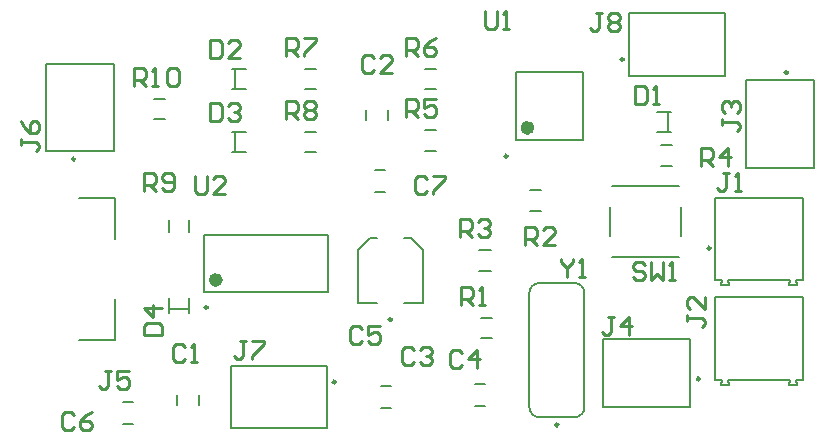
<source format=gto>
G04*
G04 #@! TF.GenerationSoftware,Altium Limited,Altium Designer,23.10.1 (27)*
G04*
G04 Layer_Color=65535*
%FSLAX44Y44*%
%MOMM*%
G71*
G04*
G04 #@! TF.SameCoordinates,F5A69C73-B6B7-4C8D-B8A1-BB125D59BB46*
G04*
G04*
G04 #@! TF.FilePolarity,Positive*
G04*
G01*
G75*
%ADD10C,0.2500*%
%ADD11C,0.6000*%
%ADD12C,0.2000*%
%ADD13C,0.2540*%
D10*
X791830Y585470D02*
G03*
X791830Y585470I-1250J0D01*
G01*
X547980Y312420D02*
G03*
X547980Y312420I-1250J0D01*
G01*
X930890Y574410D02*
G03*
X930890Y574410I-1250J0D01*
G01*
X856330Y314960D02*
G03*
X856330Y314960I-1250J0D01*
G01*
X439700Y375500D02*
G03*
X439700Y375500I-1250J0D01*
G01*
X736580Y276110D02*
G03*
X736580Y276110I-1250J0D01*
G01*
X865510Y425810D02*
G03*
X865510Y425810I-1250J0D01*
G01*
X693730Y503600D02*
G03*
X693730Y503600I-1250J0D01*
G01*
X327470Y501080D02*
G03*
X327470Y501080I-1250J0D01*
G01*
X595610Y365400D02*
G03*
X595610Y365400I-1250J0D01*
G01*
D11*
X449450Y398750D02*
G03*
X449450Y398750I-3000J0D01*
G01*
X713480Y527600D02*
G03*
X713480Y527600I-3000J0D01*
G01*
D12*
X712080Y290860D02*
G03*
X720330Y282610I8250J0D01*
G01*
X750330Y282610D02*
G03*
X758580Y290860I0J8250D01*
G01*
Y387860D02*
G03*
X750330Y396110I-8250J0D01*
G01*
X720330Y396110D02*
G03*
X712080Y387860I0J-8250D01*
G01*
X796330Y571770D02*
Y624570D01*
Y571770D02*
X877530D01*
Y624570D01*
X796330D02*
X877530D01*
X819780Y523630D02*
X831780D01*
X819780Y540630D02*
X831780D01*
X829030Y524380D02*
Y539880D01*
X823264Y495399D02*
X832731D01*
X823264Y512981D02*
X832731D01*
X540980Y273320D02*
Y326120D01*
X459780D02*
X540980D01*
X459780Y273320D02*
Y326120D01*
Y273320D02*
X540980D01*
X407540Y373940D02*
X423040D01*
X423790Y371190D02*
Y383190D01*
X406790Y371190D02*
Y383190D01*
X432201Y292946D02*
Y301414D01*
X413619Y292946D02*
Y301414D01*
X367876Y276459D02*
X376344D01*
X367876Y295041D02*
X376344D01*
X360830Y347910D02*
Y382610D01*
Y433610D02*
Y468310D01*
X330330Y347910D02*
X360830D01*
X330330Y468310D02*
X360830D01*
X869320Y398350D02*
Y468350D01*
X943320Y398350D02*
Y468350D01*
X869320D02*
X943320D01*
X931770Y394350D02*
X938270D01*
X937520Y398350D02*
X938270Y394350D01*
X931770D02*
X932520Y398350D01*
X937520D02*
X943320D01*
X880120D02*
X880870Y394350D01*
X874370D02*
X875120Y398350D01*
X874370Y394350D02*
X880870D01*
X869320Y398350D02*
X875120D01*
X880120D02*
X932520D01*
X953140Y493660D02*
Y567660D01*
X895640Y493660D02*
X953140D01*
X895640D02*
Y567660D01*
X953140D01*
X848330Y291460D02*
Y348960D01*
X774330D02*
X848330D01*
X774330Y291460D02*
Y348960D01*
Y291460D02*
X848330D01*
X541450Y388750D02*
Y436750D01*
X436450Y388750D02*
Y436750D01*
X541450D01*
X436450Y388750D02*
X541450D01*
X424081Y439766D02*
Y449234D01*
X406499Y439766D02*
Y449234D01*
X869320Y313970D02*
Y383970D01*
X943320Y313970D02*
Y383970D01*
X869320D02*
X943320D01*
X931770Y309970D02*
X938270D01*
X937520Y313970D02*
X938270Y309970D01*
X931770D02*
X932520Y313970D01*
X937520D02*
X943320D01*
X880120D02*
X880870Y309970D01*
X874370D02*
X875120Y313970D01*
X874370Y309970D02*
X880870D01*
X869320Y313970D02*
X875120D01*
X880120D02*
X932520D01*
X758580Y290860D02*
Y387860D01*
X712080Y290860D02*
Y387860D01*
X720330Y396110D02*
X750330D01*
X720330Y282610D02*
X750330D01*
X750330Y282610D01*
X712816Y457299D02*
X722284D01*
X712816Y474881D02*
X722284D01*
X586794Y290429D02*
X595261D01*
X586794Y309011D02*
X595261D01*
X782010Y418310D02*
X838510D01*
X780260Y436060D02*
Y460560D01*
X782010Y478310D02*
X838510D01*
X840260Y436060D02*
Y460560D01*
X700480Y517600D02*
X757480D01*
X700480Y574600D02*
X757480D01*
X700480Y517600D02*
Y574600D01*
X757480Y517600D02*
Y574600D01*
X302720Y507830D02*
X360220D01*
Y581830D01*
X302720D02*
X360220D01*
X302720Y507830D02*
Y581830D01*
X611860Y433900D02*
X621860Y423900D01*
X566860D02*
X576860Y433900D01*
X606110D02*
X611860D01*
X576860D02*
X582610D01*
X621860Y378900D02*
Y423900D01*
X566860Y378900D02*
Y423900D01*
Y378900D02*
X582610D01*
X606110D02*
X621860D01*
X581236Y473309D02*
X589704D01*
X581236Y491891D02*
X589704D01*
X394089Y552351D02*
X403556D01*
X394089Y534769D02*
X403556D01*
X670906Y366931D02*
X680374D01*
X670906Y349349D02*
X680374D01*
X669679Y424081D02*
X679146D01*
X669679Y406499D02*
X679146D01*
X592221Y534246D02*
Y542714D01*
X573639Y534246D02*
Y542714D01*
X623916Y525681D02*
X633384D01*
X623916Y508099D02*
X633384D01*
X623916Y577751D02*
X633384D01*
X623916Y560169D02*
X633384D01*
X666326Y291699D02*
X674794D01*
X666326Y310281D02*
X674794D01*
X522316Y524411D02*
X531784D01*
X522316Y506829D02*
X531784D01*
X522316Y577751D02*
X531784D01*
X522316Y560169D02*
X531784D01*
X462840Y507870D02*
Y523370D01*
X460090Y507120D02*
X472090D01*
X460090Y524120D02*
X472090D01*
X462840Y561210D02*
Y576710D01*
X460090Y560460D02*
X472090D01*
X460090Y577460D02*
X472090D01*
D13*
X773431Y624837D02*
X768353D01*
X770892D01*
Y612142D01*
X768353Y609603D01*
X765813D01*
X763274Y612142D01*
X778509Y622298D02*
X781048Y624837D01*
X786127D01*
X788666Y622298D01*
Y619759D01*
X786127Y617220D01*
X788666Y614681D01*
Y612142D01*
X786127Y609603D01*
X781048D01*
X778509Y612142D01*
Y614681D01*
X781048Y617220D01*
X778509Y619759D01*
Y622298D01*
X781048Y617220D02*
X786127D01*
X801373Y562607D02*
Y547373D01*
X808991D01*
X811530Y549912D01*
Y560068D01*
X808991Y562607D01*
X801373D01*
X816608Y547373D02*
X821687D01*
X819148D01*
Y562607D01*
X816608Y560068D01*
X857254Y495303D02*
Y510537D01*
X864872D01*
X867411Y507998D01*
Y502920D01*
X864872Y500381D01*
X857254D01*
X862333D02*
X867411Y495303D01*
X880107D02*
Y510537D01*
X872489Y502920D01*
X882646D01*
X472441Y346707D02*
X467363D01*
X469902D01*
Y334012D01*
X467363Y331473D01*
X464823D01*
X462284Y334012D01*
X477519Y346707D02*
X487676D01*
Y344168D01*
X477519Y334012D01*
Y331473D01*
X739143Y416558D02*
Y414018D01*
X744222Y408940D01*
X749300Y414018D01*
Y416558D01*
X744222Y408940D02*
Y401323D01*
X754378D02*
X759457D01*
X756918D01*
Y416558D01*
X754378Y414018D01*
X377698Y563372D02*
Y578607D01*
X385316D01*
X387855Y576068D01*
Y570989D01*
X385316Y568450D01*
X377698D01*
X382776D02*
X387855Y563372D01*
X392933D02*
X398011D01*
X395472D01*
Y578607D01*
X392933Y576068D01*
X405629D02*
X408168Y578607D01*
X413246D01*
X415786Y576068D01*
Y565911D01*
X413246Y563372D01*
X408168D01*
X405629Y565911D01*
Y576068D01*
X281943Y518161D02*
Y513083D01*
Y515622D01*
X294638D01*
X297178Y513083D01*
Y510543D01*
X294638Y508004D01*
X281943Y533396D02*
X284482Y528317D01*
X289560Y523239D01*
X294638D01*
X297178Y525778D01*
Y530857D01*
X294638Y533396D01*
X292099D01*
X289560Y530857D01*
Y523239D01*
X358141Y321307D02*
X353063D01*
X355602D01*
Y308612D01*
X353063Y306073D01*
X350523D01*
X347984Y308612D01*
X373376Y321307D02*
X363219D01*
Y313690D01*
X368298Y316229D01*
X370837D01*
X373376Y313690D01*
Y308612D01*
X370837Y306073D01*
X365758D01*
X363219Y308612D01*
X429264Y486408D02*
Y473712D01*
X431803Y471172D01*
X436882D01*
X439421Y473712D01*
Y486408D01*
X454656Y471172D02*
X444499D01*
X454656Y481329D01*
Y483868D01*
X452117Y486408D01*
X447038D01*
X444499Y483868D01*
X674370Y626105D02*
Y613409D01*
X676909Y610870D01*
X681988D01*
X684527Y613409D01*
Y626105D01*
X689605Y610870D02*
X694683D01*
X692144D01*
Y626105D01*
X689605Y623566D01*
X810263Y411478D02*
X807723Y414017D01*
X802645D01*
X800106Y411478D01*
Y408939D01*
X802645Y406400D01*
X807723D01*
X810263Y403861D01*
Y401322D01*
X807723Y398783D01*
X802645D01*
X800106Y401322D01*
X815341Y414017D02*
Y398783D01*
X820419Y403861D01*
X825498Y398783D01*
Y414017D01*
X830576Y398783D02*
X835654D01*
X833115D01*
Y414017D01*
X830576Y411478D01*
X386084Y473713D02*
Y488947D01*
X393702D01*
X396241Y486408D01*
Y481330D01*
X393702Y478791D01*
X386084D01*
X391162D02*
X396241Y473713D01*
X401319Y476252D02*
X403858Y473713D01*
X408937D01*
X411476Y476252D01*
Y486408D01*
X408937Y488947D01*
X403858D01*
X401319Y486408D01*
Y483869D01*
X403858Y481330D01*
X411476D01*
X505714Y535432D02*
Y550667D01*
X513331D01*
X515871Y548128D01*
Y543050D01*
X513331Y540510D01*
X505714D01*
X510792D02*
X515871Y535432D01*
X520949Y548128D02*
X523488Y550667D01*
X528567D01*
X531106Y548128D01*
Y545589D01*
X528567Y543050D01*
X531106Y540510D01*
Y537971D01*
X528567Y535432D01*
X523488D01*
X520949Y537971D01*
Y540510D01*
X523488Y543050D01*
X520949Y545589D01*
Y548128D01*
X523488Y543050D02*
X528567D01*
X505714Y588772D02*
Y604007D01*
X513331D01*
X515871Y601468D01*
Y596390D01*
X513331Y593850D01*
X505714D01*
X510792D02*
X515871Y588772D01*
X520949Y604007D02*
X531106D01*
Y601468D01*
X520949Y591311D01*
Y588772D01*
X607314D02*
Y604007D01*
X614931D01*
X617471Y601468D01*
Y596390D01*
X614931Y593850D01*
X607314D01*
X612392D02*
X617471Y588772D01*
X632706Y604007D02*
X627627Y601468D01*
X622549Y596390D01*
Y591311D01*
X625088Y588772D01*
X630167D01*
X632706Y591311D01*
Y593850D01*
X630167Y596390D01*
X622549D01*
X607314Y536702D02*
Y551937D01*
X614931D01*
X617471Y549398D01*
Y544319D01*
X614931Y541780D01*
X607314D01*
X612392D02*
X617471Y536702D01*
X632706Y551937D02*
X622549D01*
Y544319D01*
X627627Y546859D01*
X630167D01*
X632706Y544319D01*
Y539241D01*
X630167Y536702D01*
X625088D01*
X622549Y539241D01*
X653288Y435102D02*
Y450337D01*
X660906D01*
X663445Y447798D01*
Y442719D01*
X660906Y440180D01*
X653288D01*
X658366D02*
X663445Y435102D01*
X668523Y447798D02*
X671062Y450337D01*
X676141D01*
X678680Y447798D01*
Y445259D01*
X676141Y442719D01*
X673601D01*
X676141D01*
X678680Y440180D01*
Y437641D01*
X676141Y435102D01*
X671062D01*
X668523Y437641D01*
X708622Y427993D02*
Y443228D01*
X716239D01*
X718778Y440688D01*
Y435610D01*
X716239Y433071D01*
X708622D01*
X713700D02*
X718778Y427993D01*
X734014D02*
X723857D01*
X734014Y438149D01*
Y440688D01*
X731474Y443228D01*
X726396D01*
X723857Y440688D01*
X654304Y377952D02*
Y393187D01*
X661921D01*
X664461Y390648D01*
Y385569D01*
X661921Y383030D01*
X654304D01*
X659382D02*
X664461Y377952D01*
X669539D02*
X674617D01*
X672078D01*
Y393187D01*
X669539Y390648D01*
X783591Y367028D02*
X778512D01*
X781052D01*
Y354332D01*
X778512Y351792D01*
X775973D01*
X773434Y354332D01*
X796287Y351792D02*
Y367028D01*
X788669Y359410D01*
X798826D01*
X875033Y534671D02*
Y529593D01*
Y532132D01*
X887728D01*
X890267Y529593D01*
Y527053D01*
X887728Y524514D01*
X877572Y539749D02*
X875033Y542288D01*
Y547367D01*
X877572Y549906D01*
X880111D01*
X882650Y547367D01*
Y544827D01*
Y547367D01*
X885189Y549906D01*
X887728D01*
X890267Y547367D01*
Y542288D01*
X887728Y539749D01*
X845823Y369011D02*
Y363932D01*
Y366472D01*
X858518D01*
X861058Y363932D01*
Y361393D01*
X858518Y358854D01*
X861058Y384246D02*
Y374089D01*
X850901Y384246D01*
X848362D01*
X845823Y381707D01*
Y376628D01*
X848362Y374089D01*
X881380Y488947D02*
X876302D01*
X878841D01*
Y476252D01*
X876302Y473713D01*
X873763D01*
X871223Y476252D01*
X886458Y473713D02*
X891537D01*
X888998D01*
Y488947D01*
X886458Y486408D01*
X386082Y351794D02*
X401317D01*
Y359412D01*
X398778Y361951D01*
X388622D01*
X386082Y359412D01*
Y351794D01*
X401317Y374647D02*
X386082D01*
X393700Y367029D01*
Y377186D01*
X441706Y548889D02*
Y533654D01*
X449324D01*
X451863Y536193D01*
Y546350D01*
X449324Y548889D01*
X441706D01*
X456941Y546350D02*
X459480Y548889D01*
X464559D01*
X467098Y546350D01*
Y543811D01*
X464559Y541272D01*
X462019D01*
X464559D01*
X467098Y538732D01*
Y536193D01*
X464559Y533654D01*
X459480D01*
X456941Y536193D01*
X441706Y602229D02*
Y586994D01*
X449324D01*
X451863Y589533D01*
Y599690D01*
X449324Y602229D01*
X441706D01*
X467098Y586994D02*
X456941D01*
X467098Y597151D01*
Y599690D01*
X464559Y602229D01*
X459480D01*
X456941Y599690D01*
X625633Y483868D02*
X623094Y486408D01*
X618016D01*
X615476Y483868D01*
Y473712D01*
X618016Y471172D01*
X623094D01*
X625633Y473712D01*
X630712Y486408D02*
X640868D01*
Y483868D01*
X630712Y473712D01*
Y471172D01*
X326391Y284478D02*
X323852Y287017D01*
X318773D01*
X316234Y284478D01*
Y274322D01*
X318773Y271782D01*
X323852D01*
X326391Y274322D01*
X341626Y287017D02*
X336548Y284478D01*
X331469Y279400D01*
Y274322D01*
X334008Y271782D01*
X339087D01*
X341626Y274322D01*
Y276861D01*
X339087Y279400D01*
X331469D01*
X570231Y356868D02*
X567692Y359408D01*
X562613D01*
X560074Y356868D01*
Y346712D01*
X562613Y344173D01*
X567692D01*
X570231Y346712D01*
X585466Y359408D02*
X575309D01*
Y351790D01*
X580387Y354329D01*
X582927D01*
X585466Y351790D01*
Y346712D01*
X582927Y344173D01*
X577848D01*
X575309Y346712D01*
X655063Y336546D02*
X652523Y339085D01*
X647445D01*
X644906Y336546D01*
Y326389D01*
X647445Y323850D01*
X652523D01*
X655063Y326389D01*
X667759Y323850D02*
Y339085D01*
X660141Y331468D01*
X670298D01*
X614681Y339088D02*
X612142Y341628D01*
X607063D01*
X604524Y339088D01*
Y328932D01*
X607063Y326393D01*
X612142D01*
X614681Y328932D01*
X619759Y339088D02*
X622298Y341628D01*
X627377D01*
X629916Y339088D01*
Y336549D01*
X627377Y334010D01*
X624837D01*
X627377D01*
X629916Y331471D01*
Y328932D01*
X627377Y326393D01*
X622298D01*
X619759Y328932D01*
X580387Y586990D02*
X577848Y589529D01*
X572769D01*
X570230Y586990D01*
Y576833D01*
X572769Y574294D01*
X577848D01*
X580387Y576833D01*
X595622Y574294D02*
X585465D01*
X595622Y584451D01*
Y586990D01*
X593083Y589529D01*
X588004D01*
X585465Y586990D01*
X420370Y341628D02*
X417831Y344168D01*
X412752D01*
X410213Y341628D01*
Y331472D01*
X412752Y328932D01*
X417831D01*
X420370Y331472D01*
X425448Y328932D02*
X430527D01*
X427988D01*
Y344168D01*
X425448Y341628D01*
M02*

</source>
